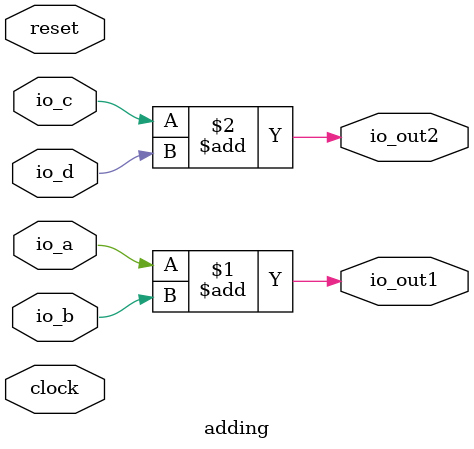
<source format=v>
module adding(
  input   clock,
  input   reset,
  input   io_a,
  input   io_b,
  input   io_c,
  input   io_d,
  output  io_out1,
  output  io_out2
);
  assign io_out1 = io_a + io_b; // @[cmd3.sc 2:6]
  assign io_out2 = io_c + io_d; // @[cmd3.sc 2:6]
endmodule

</source>
